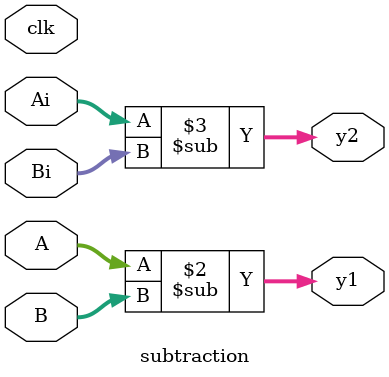
<source format=v>
module subtraction(clk, A, B, Ai, Bi, y1, y2);
  input [15:0] A, B, Ai, Bi;
  input clk;
  output reg [16:0] y1, y2;
  
  always @(clk)
    begin
      y1 <= A - B;
      y2 <= Ai - Bi;
    end
endmodule
</source>
